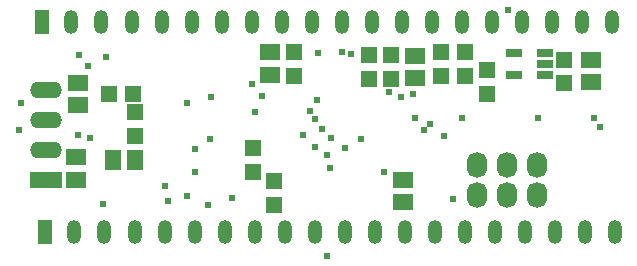
<source format=gbs>
G04*
G04 #@! TF.GenerationSoftware,Altium Limited,Altium Designer,22.10.1 (41)*
G04*
G04 Layer_Color=16711935*
%FSLAX25Y25*%
%MOIN*%
G70*
G04*
G04 #@! TF.SameCoordinates,E3A0FBDB-8A8B-4B96-B359-3B6F4FC795B9*
G04*
G04*
G04 #@! TF.FilePolarity,Negative*
G04*
G01*
G75*
%ADD41R,0.04800X0.08000*%
%ADD42O,0.04800X0.08000*%
%ADD43O,0.06706X0.08674*%
%ADD44O,0.10642X0.05524*%
%ADD45R,0.10642X0.05524*%
%ADD46C,0.02375*%
%ADD59R,0.06506X0.05718*%
%ADD60R,0.05600X0.05600*%
%ADD61R,0.05403X0.03041*%
%ADD62R,0.05718X0.06506*%
%ADD63R,0.05600X0.05600*%
D41*
X10500Y80000D02*
D03*
X11500Y10000D02*
D03*
D42*
X20343Y80000D02*
D03*
X30185D02*
D03*
X40500D02*
D03*
X50500D02*
D03*
X60500D02*
D03*
X70500D02*
D03*
X90500D02*
D03*
X80500D02*
D03*
X100500D02*
D03*
X110500D02*
D03*
X120500D02*
D03*
X130500D02*
D03*
X140500D02*
D03*
X150500D02*
D03*
X160500D02*
D03*
X170500D02*
D03*
X180500D02*
D03*
X190500D02*
D03*
X200500D02*
D03*
X201500Y10000D02*
D03*
X191500D02*
D03*
X181500D02*
D03*
X171500D02*
D03*
X161500D02*
D03*
X151500D02*
D03*
X141500D02*
D03*
X131500D02*
D03*
X121500D02*
D03*
X111500D02*
D03*
X101500D02*
D03*
X81500D02*
D03*
X91500D02*
D03*
X71500D02*
D03*
X61500D02*
D03*
X51500D02*
D03*
X41500D02*
D03*
X31185D02*
D03*
X21343D02*
D03*
D43*
X165500Y22500D02*
D03*
X155500D02*
D03*
Y32500D02*
D03*
X165500D02*
D03*
X175500Y22500D02*
D03*
Y32500D02*
D03*
D44*
X12000Y57500D02*
D03*
Y47500D02*
D03*
Y37500D02*
D03*
D45*
Y27500D02*
D03*
D46*
X166000Y84000D02*
D03*
X2833Y44166D02*
D03*
X3500Y53000D02*
D03*
X59000Y22000D02*
D03*
X105457Y35657D02*
D03*
X102113Y53887D02*
D03*
X100015Y50514D02*
D03*
X102646Y69714D02*
D03*
X23000Y69000D02*
D03*
X22500Y42500D02*
D03*
X26500Y41500D02*
D03*
X140000Y46000D02*
D03*
X137783Y43935D02*
D03*
X144619Y41881D02*
D03*
X150619Y47881D02*
D03*
X126392Y56621D02*
D03*
X134123Y55946D02*
D03*
X130263Y54937D02*
D03*
X134978Y48000D02*
D03*
X80500Y59500D02*
D03*
X59000Y53000D02*
D03*
X110597Y70040D02*
D03*
X101500Y38500D02*
D03*
X111500Y38000D02*
D03*
X106501Y31495D02*
D03*
X124500Y30000D02*
D03*
X107030Y41474D02*
D03*
X51588Y25500D02*
D03*
X61595Y30115D02*
D03*
X61468Y37699D02*
D03*
X32000Y68500D02*
D03*
X117000Y41000D02*
D03*
X97500Y42500D02*
D03*
X103770Y44263D02*
D03*
X101420Y47854D02*
D03*
X113500Y69500D02*
D03*
X105500Y2000D02*
D03*
X67000Y55000D02*
D03*
X176000Y48000D02*
D03*
X74000Y21432D02*
D03*
X52500Y20468D02*
D03*
X66000Y19000D02*
D03*
X26000Y65500D02*
D03*
X194500Y48000D02*
D03*
X196500Y45000D02*
D03*
X66500Y41000D02*
D03*
X84000Y55500D02*
D03*
X81485Y49969D02*
D03*
X31000Y19500D02*
D03*
X147500Y21000D02*
D03*
D59*
X86500Y70000D02*
D03*
Y62520D02*
D03*
X193500Y67480D02*
D03*
Y60000D02*
D03*
X135000Y68740D02*
D03*
Y61260D02*
D03*
X131000Y27500D02*
D03*
Y20020D02*
D03*
X22500Y59740D02*
D03*
Y52260D02*
D03*
X22000Y35000D02*
D03*
Y27520D02*
D03*
D60*
X184500Y67437D02*
D03*
Y59563D02*
D03*
X151500Y69937D02*
D03*
Y62063D02*
D03*
X127000Y68937D02*
D03*
Y61063D02*
D03*
X119500Y61126D02*
D03*
X119500Y69000D02*
D03*
X41500Y49937D02*
D03*
Y42063D02*
D03*
X159000Y64000D02*
D03*
Y56126D02*
D03*
X143500Y62063D02*
D03*
Y69937D02*
D03*
X81000Y37937D02*
D03*
X81000Y30063D02*
D03*
X88000Y26937D02*
D03*
X88000Y19063D02*
D03*
X94500Y69937D02*
D03*
X94500Y62063D02*
D03*
D61*
X167843Y62250D02*
D03*
X178158Y66010D02*
D03*
Y69750D02*
D03*
Y62270D02*
D03*
X167843Y69750D02*
D03*
D62*
X34259Y34000D02*
D03*
X41740D02*
D03*
D63*
X33063Y56000D02*
D03*
X40937D02*
D03*
M02*

</source>
